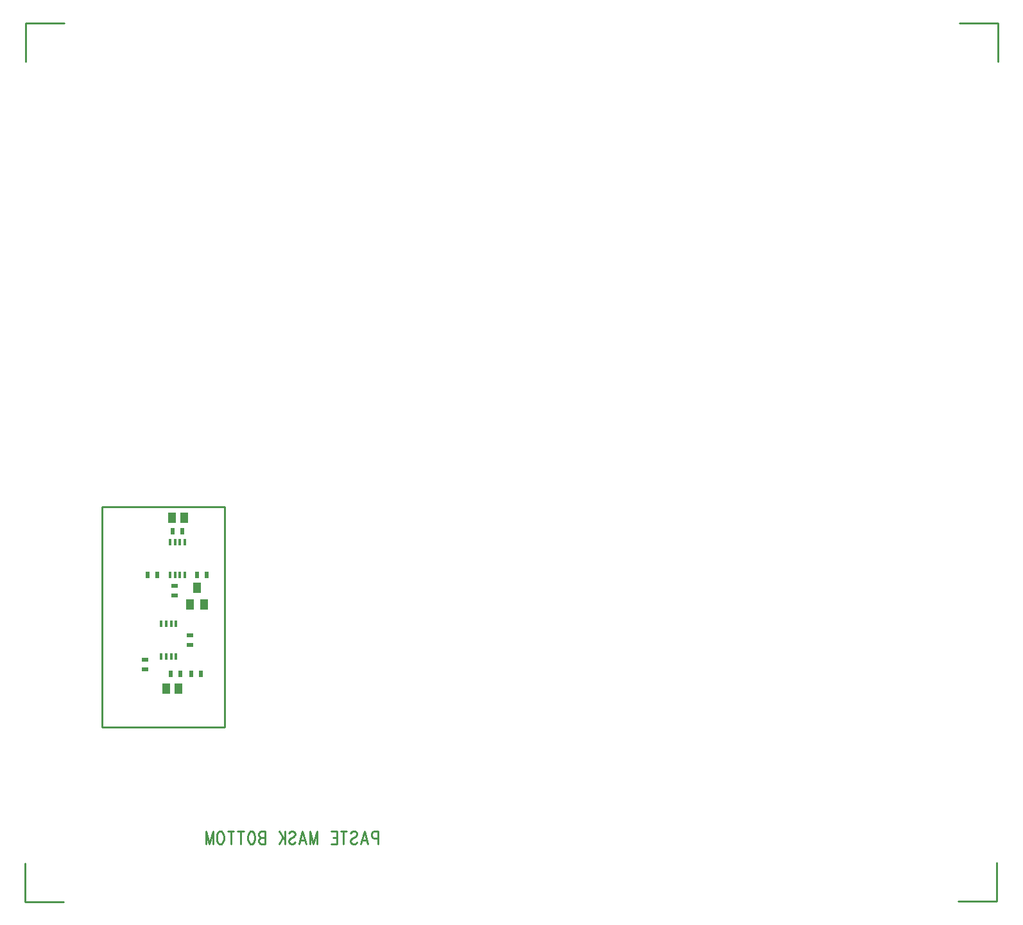
<source format=gbr>
*
*
G04 PADS 9.5 Build Number: 522968 generated Gerber (RS-274-X) file*
G04 PC Version=2.1*
*
%IN "UDA_7.pcb"*%
*
%MOIN*%
*
%FSLAX35Y35*%
*
*
*
*
G04 PC Standard Apertures*
*
*
G04 Thermal Relief Aperture macro.*
%AMTER*
1,1,$1,0,0*
1,0,$1-$2,0,0*
21,0,$3,$4,0,0,45*
21,0,$3,$4,0,0,135*
%
*
*
G04 Annular Aperture macro.*
%AMANN*
1,1,$1,0,0*
1,0,$2,0,0*
%
*
*
G04 Odd Aperture macro.*
%AMODD*
1,1,$1,0,0*
1,0,$1-0.005,0,0*
%
*
*
G04 PC Custom Aperture Macros*
*
*
*
*
*
*
G04 PC Aperture Table*
*
%ADD010C,0.001*%
%ADD011C,0.01*%
%ADD050R,0.035X0.024*%
%ADD123R,0.024X0.035*%
%ADD127R,0.01575X0.03543*%
%ADD128R,0.04331X0.05709*%
%ADD129R,0.03937X0.05512*%
*
*
*
*
G04 PC Circuitry*
G04 Layer Name UDA_7.pcb - circuitry*
%LPD*%
*
*
G04 PC Custom Flashes*
G04 Layer Name UDA_7.pcb - flashes*
%LPD*%
*
*
G04 PC Circuitry*
G04 Layer Name UDA_7.pcb - circuitry*
%LPD*%
*
G54D10*
G54D11*
G01X1930512Y1408492D02*
Y1401929D01*
Y1408492D02*
X1928466D01*
X1927785Y1408179*
X1927557Y1407867*
X1927330Y1407242*
Y1406304*
X1927557Y1405679*
X1927785Y1405367*
X1928466Y1405054*
X1930512*
X1923466Y1408492D02*
X1925285Y1401929D01*
X1923466Y1408492D02*
X1921648Y1401929D01*
X1924603Y1404117D02*
X1922330D01*
X1916421Y1407554D02*
X1916875Y1408179D01*
X1917557Y1408492*
X1918466*
X1919148Y1408179*
X1919603Y1407554*
Y1406929*
X1919375Y1406304*
X1919148Y1405992*
X1918694Y1405679*
X1917330Y1405054*
X1916875Y1404742*
X1916648Y1404429*
X1916421Y1403804*
Y1402867*
X1916875Y1402242*
X1917557Y1401929*
X1918466*
X1919148Y1402242*
X1919603Y1402867*
X1912785Y1408492D02*
Y1401929D01*
X1914375Y1408492D02*
X1911194D01*
X1909148D02*
Y1401929D01*
Y1408492D02*
X1906194D01*
X1909148Y1405367D02*
X1907330D01*
X1909148Y1401929D02*
X1906194D01*
X1898921Y1408492D02*
Y1401929D01*
Y1408492D02*
X1897103Y1401929D01*
X1895285Y1408492D02*
X1897103Y1401929D01*
X1895285Y1408492D02*
Y1401929D01*
X1891421Y1408492D02*
X1893239Y1401929D01*
X1891421Y1408492D02*
X1889603Y1401929D01*
X1892557Y1404117D02*
X1890285D01*
X1884375Y1407554D02*
X1884830Y1408179D01*
X1885512Y1408492*
X1886421*
X1887103Y1408179*
X1887557Y1407554*
Y1406929*
X1887330Y1406304*
X1887103Y1405992*
X1886648Y1405679*
X1885285Y1405054*
X1884830Y1404742*
X1884603Y1404429*
X1884375Y1403804*
Y1402867*
X1884830Y1402242*
X1885512Y1401929*
X1886421*
X1887103Y1402242*
X1887557Y1402867*
X1882330Y1408492D02*
Y1401929D01*
X1879148Y1408492D02*
X1882330Y1404117D01*
X1881194Y1405679D02*
X1879148Y1401929D01*
X1871875Y1408492D02*
Y1401929D01*
Y1408492D02*
X1869830D01*
X1869148Y1408179*
X1868921Y1407867*
X1868694Y1407242*
Y1406617*
X1868921Y1405992*
X1869148Y1405679*
X1869830Y1405367*
X1871875D02*
X1869830D01*
X1869148Y1405054*
X1868921Y1404742*
X1868694Y1404117*
Y1403179*
X1868921Y1402554*
X1869148Y1402242*
X1869830Y1401929*
X1871875*
X1865285Y1408492D02*
X1865739Y1408179D01*
X1866194Y1407554*
X1866421Y1406929*
X1866648Y1405992*
Y1404429*
X1866421Y1403492*
X1866194Y1402867*
X1865739Y1402242*
X1865285Y1401929*
X1864375*
X1863921Y1402242*
X1863466Y1402867*
X1863239Y1403492*
X1863012Y1404429*
Y1405992*
X1863239Y1406929*
X1863466Y1407554*
X1863921Y1408179*
X1864375Y1408492*
X1865285*
X1859375D02*
Y1401929D01*
X1860966Y1408492D02*
X1857785D01*
X1854148D02*
Y1401929D01*
X1855739Y1408492D02*
X1852557D01*
X1849148D02*
X1849603Y1408179D01*
X1850057Y1407554*
X1850285Y1406929*
X1850512Y1405992*
Y1404429*
X1850285Y1403492*
X1850057Y1402867*
X1849603Y1402242*
X1849148Y1401929*
X1848239*
X1847785Y1402242*
X1847330Y1402867*
X1847103Y1403492*
X1846875Y1404429*
Y1405992*
X1847103Y1406929*
X1847330Y1407554*
X1847785Y1408179*
X1848239Y1408492*
X1849148*
X1844830D02*
Y1401929D01*
Y1408492D02*
X1843012Y1401929D01*
X1841194Y1408492D02*
X1843012Y1401929D01*
X1841194Y1408492D02*
Y1401929D01*
X1787425Y1462776D02*
Y1576949D01*
X1850811*
Y1462776*
X1787425*
X1767520Y1828110D02*
X1747520D01*
Y1808110*
X1747441Y1391890D02*
Y1371890D01*
X1767441*
X2232087Y1372205D02*
X2252087D01*
Y1392205*
X2252559Y1808031D02*
Y1828031D01*
X2232559*
G54D50*
X1833117Y1510156D03*
Y1505195D03*
X1809741Y1492513D03*
Y1497473D03*
X1825090Y1531106D03*
Y1536066D03*
G54D123*
X1828044Y1490396D03*
X1823083D03*
X1810884Y1541500D03*
X1815845D03*
X1838694Y1490396D03*
X1833733D03*
X1841631Y1541472D03*
X1836670D03*
X1824118Y1564154D03*
X1829079D03*
G54D127*
X1830240Y1541457D03*
X1827681D03*
X1825122D03*
X1822563D03*
Y1558504D03*
X1825122D03*
X1827681D03*
X1830240D03*
X1825713Y1499134D03*
X1823154D03*
X1820594D03*
X1818035D03*
Y1516181D03*
X1820594D03*
X1823154D03*
X1825713D03*
G54D128*
X1820630Y1482616D03*
X1826929D03*
X1823646Y1571437D03*
X1829945D03*
G54D129*
X1840448Y1526296D03*
X1832968D03*
X1836708Y1534957D03*
X0Y0D02*
M02*

</source>
